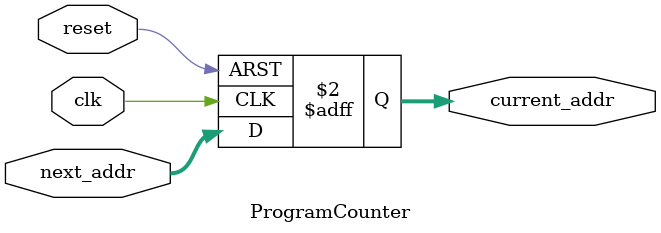
<source format=v>
`timescale 1ns/1ns
module ProgramCounter(
    input clk,
    input reset,
    input [7:0] next_addr,
    output reg [7:0] current_addr
);

always @(posedge clk or posedge reset) begin
    if (reset)
        current_addr <= 8'b0;
    else
        current_addr <= next_addr;
end

endmodule
</source>
